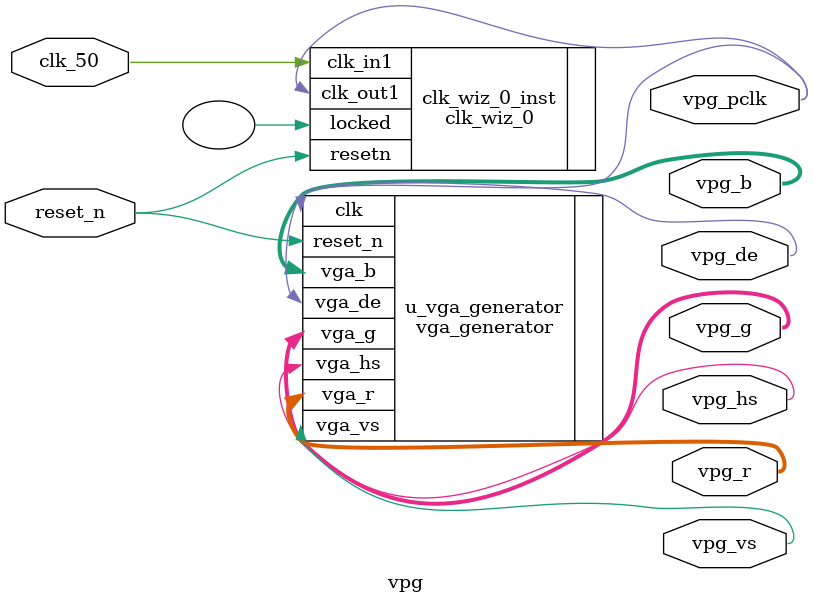
<source format=v>

module vpg(
	clk_50,
	reset_n,
	vpg_pclk,
	vpg_de,
	vpg_hs,
	vpg_vs,
	vpg_r,
	vpg_g,
	vpg_b
);

input				clk_50;
input				reset_n;
output				vpg_pclk;
output				vpg_de;
output				vpg_hs;
output				vpg_vs;
output	[7:0]		vpg_r;
output	[7:0]		vpg_g;
output	[7:0]		vpg_b;

//=============== pattern generator according to vga timing
vga_generator u_vga_generator (                                    
	.clk(vpg_pclk),                
	.reset_n(reset_n),                                                
	.vga_hs(vpg_hs),
	.vga_vs(vpg_vs),           
	.vga_de(vpg_de),
	.vga_r(vpg_r),
	.vga_g(vpg_g),
	.vga_b(vpg_b) );

clk_wiz_0 clk_wiz_0_inst
 (
  // Clock out ports
  .clk_out1(vpg_pclk),
  // Status and control signals
  .resetn(reset_n),
  .locked(),
 // Clock in ports
  .clk_in1(clk_50)
 );

endmodule
</source>
